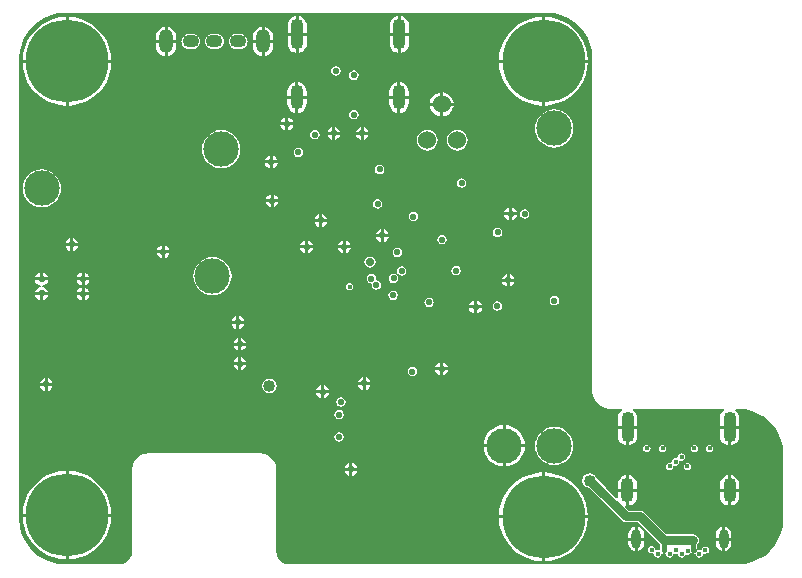
<source format=gbr>
%FSTAX23Y23*%
%MOIN*%
%SFA1B1*%

%IPPOS*%
%ADD43C,0.015000*%
%ADD44C,0.030000*%
%ADD52C,0.060000*%
%ADD53O,0.031496X0.062992*%
%ADD54C,0.275591*%
%ADD55O,0.043307X0.082677*%
%ADD56O,0.043307X0.102362*%
%ADD57O,0.047240X0.078740*%
%ADD58O,0.055118X0.043307*%
%ADD59C,0.118110*%
%ADD60C,0.023000*%
%ADD61C,0.016000*%
%ADD62C,0.028000*%
%ADD63C,0.040000*%
%LNpcb_power_measurement_copper_signal_1-1*%
%LPD*%
G36*
X04085Y03552D02*
X04108Y03546D01*
X0413Y03537*
X0415Y03525*
X04168Y03509*
X04184Y03491*
X04196Y03471*
X04205Y03449*
X04211Y03426*
X04212Y03403*
X04212Y03402*
Y02291*
X04212Y0229*
X04214Y02276*
X0422Y02262*
X04229Y02251*
X0424Y02242*
X04254Y02236*
X04268Y02234*
X04269Y02234*
X0431*
X04312Y02229*
X04307Y02225*
X04302Y02219*
X04298Y02211*
X04297Y02203*
Y02178*
X04361*
Y02203*
X0436Y02211*
X04357Y02219*
X04352Y02225*
X04347Y02229*
X04348Y02234*
X0465*
X04652Y02229*
X04647Y02225*
X04642Y02219*
X04638Y02211*
X04637Y02203*
Y02178*
X04669*
X04701*
Y02203*
X047Y02211*
X04697Y02219*
X04692Y02225*
X04687Y02229*
X04689Y02234*
X04697*
X04697Y02234*
X0472Y02233*
X04743Y02227*
X04765Y02218*
X04786Y02206*
X04804Y0219*
X04819Y02172*
X04831Y02152*
X04841Y0213*
X04846Y02107*
X04848Y02084*
X04848Y02083*
Y01868*
X04848Y01867*
X04846Y01844*
X04841Y01821*
X04831Y01799*
X04819Y01779*
X04804Y01761*
X04786Y01745*
X04765Y01733*
X04743Y01724*
X0472Y01718*
X04697Y01717*
X04697Y01717*
X04696Y01717*
X0319*
X0318Y01721*
X0317Y01728*
X03163Y01737*
X03159Y01748*
X03157Y0176*
X03157Y0176*
Y02032*
X03157*
X03156Y02046*
X0315Y02059*
X03141Y0207*
X0313Y02079*
X03117Y02085*
X03103Y02086*
Y02086*
X02733*
Y02086*
X02718Y02085*
X02705Y02079*
X02694Y0207*
X02685Y02059*
X02679Y02046*
X02678Y02032*
X02678*
Y0176*
X02678Y0176*
X02676Y01748*
X02672Y01737*
X02665Y01728*
X02655Y01721*
X02645Y01717*
X02453*
X02452Y01716*
X02429Y01718*
X02406Y01724*
X02384Y01733*
X02363Y01745*
X02345Y0176*
X0233Y01779*
X02318Y01799*
X02308Y01821*
X02303Y01844*
X02301Y01866*
X02302Y01868*
Y03402*
X02302Y03403*
X02303Y03426*
X02309Y03449*
X02318Y03471*
X0233Y03491*
X02346Y03509*
X02364Y03525*
X02384Y03537*
X02406Y03546*
X02429Y03552*
X02452Y03553*
X02453Y03553*
X04061*
X04062Y03553*
X04085Y03552*
G37*
%LNpcb_power_measurement_copper_signal_1-2*%
%LPC*%
G36*
X03573Y03543D02*
Y03487D01*
X036*
Y03512*
X03599Y0352*
X03596Y03528*
X03591Y03534*
X03584Y03539*
X03576Y03543*
X03573Y03543*
G37*
G36*
X03233D02*
Y03487D01*
X0326*
Y03512*
X03259Y0352*
X03255Y03528*
X0325Y03534*
X03244Y03539*
X03236Y03543*
X03233Y03543*
G37*
G36*
X03223D02*
X0322Y03543D01*
X03212Y03539*
X03205Y03534*
X032Y03528*
X03197Y0352*
X03196Y03512*
Y03487*
X03223*
Y03543*
G37*
G36*
X03563D02*
X0356Y03543D01*
X03552Y03539*
X03545Y03534*
X0354Y03528*
X03537Y0352*
X03536Y03512*
Y03487*
X03563*
Y03543*
G37*
G36*
X03119Y03508D02*
Y03464D01*
X03148*
Y03474*
X03146Y03483*
X03143Y03491*
X03138Y03498*
X03131Y03504*
X03122Y03507*
X03119Y03508*
G37*
G36*
X02796D02*
Y03464D01*
X02825*
Y03474*
X02824Y03483*
X0282Y03491*
X02815Y03498*
X02808Y03504*
X028Y03507*
X02796Y03508*
G37*
G36*
X03109D02*
X03105Y03507D01*
X03097Y03504*
X0309Y03498*
X03084Y03491*
X03081Y03483*
X0308Y03474*
Y03464*
X03109*
Y03508*
G37*
G36*
X02786D02*
X02782Y03507D01*
X02774Y03504*
X02767Y03498*
X02761Y03491*
X02758Y03483*
X02757Y03474*
Y03464*
X02786*
Y03508*
G37*
G36*
X03037Y03484D02*
X03025D01*
X03018Y03483*
X03012Y03481*
X03007Y03477*
X03003Y03471*
X03Y03465*
X02999Y03459*
X03Y03452*
X03003Y03446*
X03007Y0344*
X03012Y03436*
X03018Y03434*
X03025Y03433*
X03037*
X03044Y03434*
X0305Y03436*
X03055Y0344*
X03059Y03446*
X03062Y03452*
X03063Y03459*
X03062Y03465*
X03059Y03471*
X03055Y03477*
X0305Y03481*
X03044Y03483*
X03037Y03484*
G37*
G36*
X02958D02*
X02946D01*
X0294Y03483*
X02933Y03481*
X02928Y03477*
X02924Y03471*
X02921Y03465*
X0292Y03459*
X02921Y03452*
X02924Y03446*
X02928Y0344*
X02933Y03436*
X0294Y03434*
X02946Y03433*
X02958*
X02965Y03434*
X02971Y03436*
X02976Y0344*
X02981Y03446*
X02983Y03452*
X02984Y03459*
X02983Y03465*
X02981Y03471*
X02976Y03477*
X02971Y03481*
X02965Y03483*
X02958Y03484*
G37*
G36*
X02879D02*
X02868D01*
X02861Y03483*
X02855Y03481*
X02849Y03477*
X02845Y03471*
X02843Y03465*
X02842Y03459*
X02843Y03452*
X02845Y03446*
X02849Y0344*
X02855Y03436*
X02861Y03434*
X02868Y03433*
X02879*
X02886Y03434*
X02892Y03436*
X02898Y0344*
X02902Y03446*
X02904Y03452*
X02905Y03459*
X02904Y03465*
X02902Y03471*
X02898Y03477*
X02892Y03481*
X02886Y03483*
X02879Y03484*
G37*
G36*
X036Y03477D02*
X03573D01*
Y03421*
X03576Y03422*
X03584Y03425*
X03591Y0343*
X03596Y03437*
X03599Y03444*
X036Y03453*
Y03477*
G37*
G36*
X0326D02*
X03233D01*
Y03421*
X03236Y03422*
X03244Y03425*
X0325Y0343*
X03255Y03437*
X03259Y03444*
X0326Y03453*
Y03477*
G37*
G36*
X03223D02*
X03196D01*
Y03453*
X03197Y03444*
X032Y03437*
X03205Y0343*
X03212Y03425*
X0322Y03422*
X03223Y03421*
Y03477*
G37*
G36*
X03563D02*
X03536D01*
Y03453*
X03537Y03444*
X0354Y03437*
X03545Y0343*
X03552Y03425*
X0356Y03422*
X03563Y03421*
Y03477*
G37*
G36*
X03148Y03454D02*
X03119D01*
Y03409*
X03122Y0341*
X03131Y03413*
X03138Y03419*
X03143Y03426*
X03146Y03434*
X03148Y03443*
Y03454*
G37*
G36*
X02825D02*
X02796D01*
Y03409*
X028Y0341*
X02808Y03413*
X02815Y03419*
X0282Y03426*
X02824Y03434*
X02825Y03443*
Y03454*
G37*
G36*
X03109D02*
X0308D01*
Y03443*
X03081Y03434*
X03084Y03426*
X0309Y03419*
X03097Y03413*
X03105Y0341*
X03109Y03409*
Y03454*
G37*
G36*
X02786D02*
X02757D01*
Y03443*
X02758Y03434*
X02761Y03426*
X02767Y03419*
X02774Y03413*
X02782Y0341*
X02786Y03409*
Y03454*
G37*
G36*
X04054Y0354D02*
Y03398D01*
X04196*
X04195Y03416*
X04189Y03438*
X04181Y0346*
X04168Y0348*
X04153Y03497*
X04136Y03512*
X04116Y03525*
X04094Y03533*
X04072Y03539*
X04054Y0354*
G37*
G36*
X04044D02*
X04025Y03539D01*
X04003Y03533*
X03981Y03525*
X03961Y03512*
X03944Y03497*
X03929Y0348*
X03916Y0346*
X03908Y03438*
X03902Y03416*
X03901Y03398*
X04044*
Y0354*
G37*
G36*
X02466D02*
Y03398D01*
X02608*
X02607Y03416*
X02601Y03438*
X02593Y0346*
X0258Y0348*
X02565Y03497*
X02548Y03512*
X02528Y03525*
X02506Y03533*
X02484Y03539*
X02466Y0354*
G37*
G36*
X02456D02*
X02437Y03539D01*
X02415Y03533*
X02393Y03525*
X02373Y03512*
X02356Y03497*
X02341Y0348*
X02328Y0346*
X0232Y03438*
X02314Y03416*
X02313Y03398*
X02456*
Y0354*
G37*
G36*
X03357Y03377D02*
X03351Y03375D01*
X03346Y03372*
X03342Y03367*
X03341Y03361*
X03342Y03355*
X03346Y0335*
X03351Y03346*
X03357Y03345*
X03363Y03346*
X03368Y0335*
X03371Y03355*
X03373Y03361*
X03371Y03367*
X03368Y03372*
X03363Y03375*
X03357Y03377*
G37*
G36*
X03417Y03362D02*
X03411Y03361D01*
X03406Y03357*
X03402Y03352*
X03401Y03346*
X03402Y0334*
X03406Y03335*
X03411Y03331*
X03417Y0333*
X03423Y03331*
X03428Y03335*
X03431Y0334*
X03433Y03346*
X03431Y03352*
X03428Y03357*
X03423Y03361*
X03417Y03362*
G37*
G36*
X03232Y03323D02*
Y03277D01*
X03259*
Y03291*
X03258Y03299*
X03255Y03307*
X0325Y03314*
X03243Y03319*
X03235Y03322*
X03232Y03323*
G37*
G36*
X03222D02*
X03219Y03322D01*
X03211Y03319*
X03204Y03314*
X03199Y03307*
X03196Y03299*
X03195Y03291*
Y03277*
X03222*
Y03323*
G37*
G36*
X03572D02*
Y03277D01*
X03599*
Y03291*
X03598Y03299*
X03595Y03307*
X0359Y03314*
X03583Y03319*
X03575Y03322*
X03572Y03323*
G37*
G36*
X03562D02*
X03559Y03322D01*
X03551Y03319*
X03545Y03314*
X0354Y03307*
X03536Y03299*
X03535Y03291*
Y03277*
X03562*
Y03323*
G37*
G36*
X03715Y03289D02*
Y03255D01*
X03749*
X03748Y0326*
X03744Y0327*
X03738Y03278*
X0373Y03284*
X0372Y03288*
X03715Y03289*
G37*
G36*
X03705D02*
X03699Y03288D01*
X03689Y03284*
X03681Y03278*
X03675Y0327*
X03671Y0326*
X0367Y03255*
X03705*
Y03289*
G37*
G36*
X04196Y03388D02*
X04054D01*
Y03245*
X04072Y03246*
X04094Y03252*
X04116Y0326*
X04136Y03273*
X04153Y03288*
X04168Y03305*
X04181Y03325*
X04189Y03347*
X04195Y03369*
X04196Y03388*
G37*
G36*
X04044D02*
X03901D01*
X03902Y03369*
X03908Y03347*
X03916Y03325*
X03929Y03305*
X03944Y03288*
X03961Y03273*
X03981Y0326*
X04003Y03252*
X04025Y03246*
X04044Y03245*
Y03388*
G37*
G36*
X02608D02*
X02466D01*
Y03245*
X02484Y03246*
X02506Y03252*
X02528Y0326*
X02548Y03273*
X02565Y03288*
X0258Y03305*
X02593Y03325*
X02601Y03347*
X02607Y03369*
X02608Y03388*
G37*
G36*
X02456D02*
X02313D01*
X02314Y03369*
X0232Y03347*
X02328Y03325*
X02341Y03305*
X02356Y03288*
X02373Y03273*
X02393Y0326*
X02415Y03252*
X02437Y03246*
X02456Y03245*
Y03388*
G37*
G36*
X03599Y03267D02*
X03572D01*
Y03221*
X03575Y03221*
X03583Y03224*
X0359Y03229*
X03595Y03236*
X03598Y03244*
X03599Y03252*
Y03267*
G37*
G36*
X03259D02*
X03232D01*
Y03221*
X03235Y03221*
X03243Y03224*
X0325Y03229*
X03255Y03236*
X03258Y03244*
X03259Y03252*
Y03267*
G37*
G36*
X03222D02*
X03195D01*
Y03252*
X03196Y03244*
X03199Y03236*
X03204Y03229*
X03211Y03224*
X03219Y03221*
X03222Y03221*
Y03267*
G37*
G36*
X03562D02*
X03535D01*
Y03252*
X03536Y03244*
X0354Y03236*
X03545Y03229*
X03551Y03224*
X03559Y03221*
X03562Y03221*
Y03267*
G37*
G36*
X03749Y03245D02*
X03715D01*
Y0321*
X0372Y03211*
X0373Y03215*
X03738Y03221*
X03744Y03229*
X03748Y03239*
X03749Y03245*
G37*
G36*
X03705D02*
X0367D01*
X03671Y03239*
X03675Y03229*
X03681Y03221*
X03689Y03215*
X03699Y03211*
X03705Y0321*
Y03245*
G37*
G36*
X03417Y03231D02*
X03411Y0323D01*
X03406Y03226*
X03402Y03221*
X03401Y03215*
X03402Y03209*
X03406Y03204*
X03411Y032*
X03417Y03199*
X03423Y032*
X03428Y03204*
X03431Y03209*
X03433Y03215*
X03431Y03221*
X03428Y03226*
X03423Y0323*
X03417Y03231*
G37*
G36*
X03198Y03204D02*
Y03189D01*
X03214*
X03214Y03192*
X03209Y03199*
X03202Y03204*
X03198Y03204*
G37*
G36*
X03188D02*
X03185Y03204D01*
X03178Y03199*
X03173Y03192*
X03172Y03189*
X03188*
Y03204*
G37*
G36*
X03214Y03179D02*
X03198D01*
Y03163*
X03202Y03163*
X03209Y03168*
X03214Y03175*
X03214Y03179*
G37*
G36*
X03188D02*
X03172D01*
X03173Y03175*
X03178Y03168*
X03185Y03163*
X03188Y03163*
Y03179*
G37*
G36*
X03449Y03173D02*
Y03157D01*
X03465*
X03465Y0316*
X0346Y03168*
X03453Y03172*
X03449Y03173*
G37*
G36*
X03439D02*
X03436Y03172D01*
X03429Y03168*
X03424Y0316*
X03423Y03157*
X03439*
Y03173*
G37*
G36*
X03355D02*
Y03157D01*
X03371*
X0337Y0316*
X03365Y03168*
X03358Y03172*
X03355Y03173*
G37*
G36*
X03345D02*
X03342Y03172D01*
X03334Y03168*
X0333Y0316*
X03329Y03157*
X03345*
Y03173*
G37*
G36*
X03287Y03164D02*
X03281Y03163D01*
X03276Y03159*
X03272Y03154*
X03271Y03148*
X03272Y03142*
X03276Y03137*
X03281Y03134*
X03287Y03132*
X03293Y03134*
X03298Y03137*
X03302Y03142*
X03303Y03148*
X03302Y03154*
X03298Y03159*
X03293Y03163*
X03287Y03164*
G37*
G36*
X03465Y03147D02*
X03449D01*
Y03131*
X03453Y03132*
X0346Y03137*
X03465Y03144*
X03465Y03147*
G37*
G36*
X03439D02*
X03423D01*
X03424Y03144*
X03429Y03137*
X03436Y03132*
X03439Y03131*
Y03147*
G37*
G36*
X03371D02*
X03355D01*
Y03131*
X03358Y03132*
X03365Y03137*
X0337Y03144*
X03371Y03147*
G37*
G36*
X03345D02*
X03329D01*
X0333Y03144*
X03334Y03137*
X03342Y03132*
X03345Y03131*
Y03147*
G37*
G36*
X04085Y03232D02*
X04072Y03231D01*
X0406Y03227*
X04049Y03221*
X0404Y03214*
X04032Y03204*
X04026Y03193*
X04022Y03181*
X04021Y03169*
X04022Y03156*
X04026Y03145*
X04032Y03134*
X0404Y03124*
X04049Y03116*
X0406Y0311*
X04072Y03107*
X04085Y03105*
X04097Y03107*
X04109Y0311*
X0412Y03116*
X04129Y03124*
X04137Y03134*
X04143Y03145*
X04147Y03156*
X04148Y03169*
X04147Y03181*
X04143Y03193*
X04137Y03204*
X04129Y03214*
X0412Y03221*
X04109Y03227*
X04097Y03231*
X04085Y03232*
G37*
G36*
X03762Y03164D02*
X03753Y03163D01*
X03744Y03159*
X03737Y03154*
X03732Y03147*
X03728Y03138*
X03727Y0313*
X03728Y03121*
X03732Y03112*
X03737Y03105*
X03744Y031*
X03753Y03096*
X03762Y03095*
X0377Y03096*
X03779Y031*
X03786Y03105*
X03791Y03112*
X03795Y03121*
X03796Y0313*
X03795Y03138*
X03791Y03147*
X03786Y03154*
X03779Y03159*
X0377Y03163*
X03762Y03164*
G37*
G36*
X03662D02*
X03653Y03163D01*
X03644Y03159*
X03637Y03154*
X03632Y03147*
X03628Y03138*
X03627Y0313*
X03628Y03121*
X03632Y03112*
X03637Y03105*
X03644Y031*
X03653Y03096*
X03662Y03095*
X0367Y03096*
X03679Y031*
X03686Y03105*
X03691Y03112*
X03695Y03121*
X03696Y0313*
X03695Y03138*
X03691Y03147*
X03686Y03154*
X03679Y03159*
X0367Y03163*
X03662Y03164*
G37*
G36*
X03232Y03104D02*
X03225Y03103D01*
X0322Y031*
X03217Y03095*
X03216Y03089*
X03217Y03082*
X0322Y03077*
X03225Y03074*
X03232Y03073*
X03238Y03074*
X03243Y03077*
X03246Y03082*
X03247Y03089*
X03246Y03095*
X03243Y031*
X03238Y03103*
X03232Y03104*
G37*
G36*
X03147Y03078D02*
Y03062D01*
X03163*
X03162Y03065*
X03158Y03072*
X0315Y03077*
X03147Y03078*
G37*
G36*
X03137D02*
X03134Y03077D01*
X03127Y03072*
X03122Y03065*
X03121Y03062*
X03137*
Y03078*
G37*
G36*
X02975Y03163D02*
X02962Y03162D01*
X0295Y03158*
X02939Y03152*
X0293Y03144*
X02922Y03135*
X02916Y03124*
X02912Y03112*
X02911Y031*
X02912Y03087*
X02916Y03075*
X02922Y03064*
X0293Y03055*
X02939Y03047*
X0295Y03041*
X02962Y03037*
X02975Y03036*
X02987Y03037*
X02999Y03041*
X0301Y03047*
X03019Y03055*
X03027Y03064*
X03033Y03075*
X03037Y03087*
X03038Y031*
X03037Y03112*
X03033Y03124*
X03027Y03135*
X03019Y03144*
X0301Y03152*
X02999Y03158*
X02987Y03162*
X02975Y03163*
G37*
G36*
X03163Y03052D02*
X03147D01*
Y03036*
X0315Y03037*
X03158Y03041*
X03162Y03048*
X03163Y03052*
G37*
G36*
X03137D02*
X03121D01*
X03122Y03048*
X03127Y03041*
X03134Y03037*
X03137Y03036*
Y03052*
G37*
G36*
X03503Y03047D02*
X03496Y03046D01*
X03491Y03043*
X03488Y03038*
X03487Y03032*
X03488Y03025*
X03491Y0302*
X03496Y03017*
X03503Y03016*
X03509Y03017*
X03514Y0302*
X03517Y03025*
X03518Y03032*
X03517Y03038*
X03514Y03043*
X03509Y03046*
X03503Y03047*
G37*
G36*
X03776Y03002D02*
X03769Y03001D01*
X03764Y02998*
X03761Y02993*
X0376Y02987*
X03761Y0298*
X03764Y02975*
X03769Y02972*
X03776Y02971*
X03782Y02972*
X03787Y02975*
X0379Y0298*
X03791Y02987*
X0379Y02993*
X03787Y02998*
X03782Y03001*
X03776Y03002*
G37*
G36*
X03149Y02949D02*
Y02933D01*
X03165*
X03164Y02936*
X03159Y02943*
X03152Y02948*
X03149Y02949*
G37*
G36*
X03139D02*
X03136Y02948D01*
X03128Y02943*
X03124Y02936*
X03123Y02933*
X03139*
Y02949*
G37*
G36*
X03165Y02923D02*
X03149D01*
Y02907*
X03152Y02907*
X03159Y02912*
X03164Y02919*
X03165Y02923*
G37*
G36*
X03139D02*
X03123D01*
X03124Y02919*
X03128Y02912*
X03136Y02907*
X03139Y02907*
Y02923*
G37*
G36*
X02376Y03032D02*
X02364Y03031D01*
X02352Y03028*
X02341Y03022*
X02332Y03014*
X02324Y03004*
X02318Y02993*
X02314Y02981*
X02313Y02969*
X02314Y02957*
X02318Y02945*
X02324Y02934*
X02332Y02924*
X02341Y02916*
X02352Y0291*
X02364Y02907*
X02376Y02906*
X02389Y02907*
X02401Y0291*
X02412Y02916*
X02421Y02924*
X02429Y02934*
X02435Y02945*
X02439Y02957*
X0244Y02969*
X02439Y02981*
X02435Y02993*
X02429Y03004*
X02421Y03014*
X02412Y03022*
X02401Y03028*
X02389Y03031*
X02376Y03032*
G37*
G36*
X03496Y02933D02*
X0349Y02932D01*
X03485Y02928*
X03481Y02923*
X0348Y02917*
X03481Y02911*
X03485Y02906*
X0349Y02902*
X03496Y02901*
X03502Y02902*
X03507Y02906*
X0351Y02911*
X03512Y02917*
X0351Y02923*
X03507Y02928*
X03502Y02932*
X03496Y02933*
G37*
G36*
X03944Y02905D02*
Y0289D01*
X03959*
X03959Y02893*
X03954Y029*
X03947Y02905*
X03944Y02905*
G37*
G36*
X03934D02*
X0393Y02905D01*
X03923Y029*
X03918Y02893*
X03918Y0289*
X03934*
Y02905*
G37*
G36*
X03987Y02899D02*
X0398Y02898D01*
X03975Y02895*
X03972Y0289*
X03971Y02884*
X03972Y02877*
X03975Y02872*
X0398Y02869*
X03987Y02868*
X03993Y02869*
X03998Y02872*
X04001Y02877*
X04002Y02884*
X04001Y0289*
X03998Y02895*
X03993Y02898*
X03987Y02899*
G37*
G36*
X03312Y02883D02*
Y02867D01*
X03328*
X03327Y0287*
X03322Y02877*
X03315Y02882*
X03312Y02883*
G37*
G36*
X03302D02*
X03298Y02882D01*
X03291Y02877*
X03286Y0287*
X03286Y02867*
X03302*
Y02883*
G37*
G36*
X03959Y0288D02*
X03944D01*
Y02864*
X03947Y02864*
X03954Y02869*
X03959Y02876*
X03959Y0288*
G37*
G36*
X03934D02*
X03918D01*
X03918Y02876*
X03923Y02869*
X0393Y02864*
X03934Y02864*
Y0288*
G37*
G36*
X03615Y02891D02*
X03609Y0289D01*
X03604Y02886*
X036Y02881*
X03599Y02875*
X036Y02869*
X03604Y02864*
X03609Y0286*
X03615Y02859*
X03621Y0286*
X03626Y02864*
X0363Y02869*
X03631Y02875*
X0363Y02881*
X03626Y02886*
X03621Y0289*
X03615Y02891*
G37*
G36*
X03328Y02857D02*
X03312D01*
Y02841*
X03315Y02841*
X03322Y02846*
X03327Y02853*
X03328Y02857*
G37*
G36*
X03302D02*
X03286D01*
X03286Y02853*
X03291Y02846*
X03298Y02841*
X03302Y02841*
Y02857*
G37*
G36*
X03517Y02832D02*
Y02817D01*
X03533*
X03532Y0282*
X03527Y02827*
X0352Y02832*
X03517Y02832*
G37*
G36*
X03507D02*
X03504Y02832D01*
X03496Y02827*
X03492Y0282*
X03491Y02817*
X03507*
Y02832*
G37*
G36*
X03896Y02837D02*
X03889Y02836D01*
X03884Y02833*
X03881Y02828*
X0388Y02822*
X03881Y02815*
X03884Y0281*
X03889Y02807*
X03896Y02806*
X03902Y02807*
X03907Y0281*
X0391Y02815*
X03911Y02822*
X0391Y02828*
X03907Y02833*
X03902Y02836*
X03896Y02837*
G37*
G36*
X03533Y02807D02*
X03517D01*
Y02791*
X0352Y02791*
X03527Y02796*
X03532Y02803*
X03533Y02807*
G37*
G36*
X03507D02*
X03491D01*
X03492Y02803*
X03496Y02796*
X03504Y02791*
X03507Y02791*
Y02807*
G37*
G36*
X02482Y02802D02*
Y02787D01*
X02497*
X02497Y0279*
X02492Y02797*
X02485Y02802*
X02482Y02802*
G37*
G36*
X02472D02*
X02468Y02802D01*
X02461Y02797*
X02456Y0279*
X02456Y02787*
X02472*
Y02802*
G37*
G36*
X03711Y02814D02*
X03704Y02813D01*
X03699Y02809*
X03696Y02804*
X03695Y02798*
X03696Y02792*
X03699Y02787*
X03704Y02783*
X03711Y02782*
X03717Y02783*
X03722Y02787*
X03725Y02792*
X03726Y02798*
X03725Y02804*
X03722Y02809*
X03717Y02813*
X03711Y02814*
G37*
G36*
X0339Y02796D02*
Y0278D01*
X03406*
X03405Y02783*
X034Y02791*
X03393Y02795*
X0339Y02796*
G37*
G36*
X0338D02*
X03376Y02795D01*
X03369Y02791*
X03364Y02783*
X03364Y0278*
X0338*
Y02796*
G37*
G36*
X03264D02*
Y0278D01*
X0328*
X03279Y02783*
X03274Y02791*
X03267Y02795*
X03264Y02796*
G37*
G36*
X03254D02*
X0325Y02795D01*
X03243Y02791*
X03238Y02783*
X03238Y0278*
X03254*
Y02796*
G37*
G36*
X02786Y02778D02*
Y02762D01*
X02802*
X02801Y02766*
X02796Y02773*
X02789Y02778*
X02786Y02778*
G37*
G36*
X02776D02*
X02773Y02778D01*
X02765Y02773*
X02761Y02766*
X0276Y02762*
X02776*
Y02778*
G37*
G36*
X02497Y02777D02*
X02482D01*
Y02761*
X02485Y02761*
X02492Y02766*
X02497Y02773*
X02497Y02777*
G37*
G36*
X02472D02*
X02456D01*
X02456Y02773*
X02461Y02766*
X02468Y02761*
X02472Y02761*
Y02777*
G37*
G36*
X03406Y0277D02*
X0339D01*
Y02754*
X03393Y02755*
X034Y0276*
X03405Y02767*
X03406Y0277*
G37*
G36*
X0338D02*
X03364D01*
X03364Y02767*
X03369Y0276*
X03376Y02755*
X0338Y02754*
Y0277*
G37*
G36*
X0328D02*
X03264D01*
Y02754*
X03267Y02755*
X03274Y0276*
X03279Y02767*
X0328Y0277*
G37*
G36*
X03254D02*
X03238D01*
X03238Y02767*
X03243Y0276*
X0325Y02755*
X03254Y02754*
Y0277*
G37*
G36*
X03562Y02771D02*
X03555Y0277D01*
X0355Y02767*
X03547Y02762*
X03546Y02756*
X03547Y02749*
X0355Y02744*
X03555Y02741*
X03562Y0274*
X03568Y02741*
X03573Y02744*
X03576Y02749*
X03577Y02756*
X03576Y02762*
X03573Y02767*
X03568Y0277*
X03562Y02771*
G37*
G36*
X02802Y02752D02*
X02786D01*
Y02736*
X02789Y02737*
X02796Y02742*
X02801Y02749*
X02802Y02752*
G37*
G36*
X02776D02*
X0276D01*
X02761Y02749*
X02765Y02742*
X02773Y02737*
X02776Y02736*
Y02752*
G37*
G36*
X03471Y02741D02*
X03463Y0274D01*
X03458Y02736*
X03454Y0273*
X03452Y02723*
X03454Y02716*
X03458Y0271*
X03463Y02706*
X03471Y02705*
X03478Y02706*
X03483Y0271*
X03487Y02716*
X03489Y02723*
X03487Y0273*
X03483Y02736*
X03478Y0274*
X03471Y02741*
G37*
G36*
X03758Y0271D02*
X03751Y02709D01*
X03746Y02706*
X03743Y02701*
X03742Y02695*
X03743Y02688*
X03746Y02683*
X03751Y0268*
X03758Y02679*
X03764Y0268*
X03769Y02683*
X03772Y02688*
X03773Y02695*
X03772Y02701*
X03769Y02706*
X03764Y02709*
X03758Y0271*
G37*
G36*
X03577Y02709D02*
X0357Y02708D01*
X03565Y02705*
X03562Y027*
X03561Y02694*
X03562Y02687*
X03565Y02682*
X0357Y02679*
X03577Y02678*
X03583Y02679*
X03588Y02682*
X03591Y02687*
X03592Y02694*
X03591Y027*
X03588Y02705*
X03583Y02708*
X03577Y02709*
G37*
G36*
X02519Y02687D02*
Y02672D01*
X02534*
X02534Y02675*
X02529Y02682*
X02522Y02687*
X02519Y02687*
G37*
G36*
X02509D02*
X02505Y02687D01*
X02498Y02682*
X02493Y02675*
X02493Y02672*
X02509*
Y02687*
G37*
G36*
X02381D02*
Y02672D01*
X02396*
X02396Y02675*
X02391Y02682*
X02384Y02687*
X02381Y02687*
G37*
G36*
X02371D02*
X02367Y02687D01*
X0236Y02682*
X02355Y02675*
X02355Y02672*
X02371*
Y02687*
G37*
G36*
X03937Y02683D02*
Y02668D01*
X03952*
X03952Y02671*
X03947Y02678*
X0394Y02683*
X03937Y02683*
G37*
G36*
X03927D02*
X03923Y02683D01*
X03916Y02678*
X03911Y02671*
X03911Y02668*
X03927*
Y02683*
G37*
G36*
X03549Y02684D02*
X03542Y02683D01*
X03537Y0268*
X03534Y02675*
X03533Y02669*
X03534Y02662*
X03537Y02657*
X03542Y02654*
X03549Y02653*
X03555Y02654*
X0356Y02657*
X03563Y02662*
X03564Y02669*
X03563Y02675*
X0356Y0268*
X03555Y02683*
X03549Y02684*
G37*
G36*
X02534Y02662D02*
X02519D01*
Y02646*
X02522Y02646*
X02529Y02651*
X02534Y02658*
X02534Y02662*
G37*
G36*
X02509D02*
X02493D01*
X02493Y02658*
X02498Y02651*
X02505Y02646*
X02509Y02646*
Y02662*
G37*
G36*
X03952Y02658D02*
X03937D01*
Y02642*
X0394Y02642*
X03947Y02647*
X03952Y02654*
X03952Y02658*
G37*
G36*
X03927D02*
X03911D01*
X03911Y02654*
X03916Y02647*
X03923Y02642*
X03927Y02642*
Y02658*
G37*
G36*
X03475Y02684D02*
X03468Y02683D01*
X03463Y0268*
X0346Y02674*
X03459Y02668*
X0346Y02662*
X03463Y02657*
X03468Y02654*
X03475Y02653*
X03476Y02648*
X03476Y02647*
X03477Y0264*
X0348Y02635*
X03485Y02632*
X03492Y02631*
X03498Y02632*
X03503Y02635*
X03506Y0264*
X03507Y02647*
X03506Y02653*
X03503Y02658*
X03498Y02661*
X03492Y02662*
X0349Y02667*
X0349Y02668*
X03489Y02674*
X03486Y0268*
X03481Y02683*
X03475Y02684*
G37*
G36*
X03403Y02653D02*
X03398Y02652D01*
X03394Y0265*
X03392Y02646*
X03391Y02641*
X03392Y02636*
X03394Y02632*
X03398Y0263*
X03403Y02629*
X03408Y0263*
X03412Y02632*
X03414Y02636*
X03415Y02641*
X03414Y02646*
X03412Y0265*
X03408Y02652*
X03403Y02653*
G37*
G36*
X02396Y02662D02*
X02355D01*
X02355Y02658*
X0236Y02651*
X02367Y02646*
X02373Y02645*
X02373Y02645*
Y0264*
X02373Y0264*
X02367Y02639*
X0236Y02634*
X02355Y02627*
X02355Y02624*
X02396*
X02396Y02627*
X02391Y02634*
X02384Y02639*
X02378Y0264*
X02378Y0264*
Y02645*
X02378Y02645*
X02384Y02646*
X02391Y02651*
X02396Y02658*
X02396Y02662*
G37*
G36*
X02519Y02637D02*
Y02622D01*
X02534*
X02534Y02625*
X02529Y02632*
X02522Y02637*
X02519Y02637*
G37*
G36*
X02509D02*
X02505Y02637D01*
X02498Y02632*
X02493Y02625*
X02493Y02622*
X02509*
Y02637*
G37*
G36*
X02945Y0274D02*
X02933Y02739D01*
X02921Y02735*
X0291Y02729*
X02901Y02721*
X02893Y02712*
X02887Y02701*
X02883Y02689*
X02882Y02677*
X02883Y02664*
X02887Y02652*
X02893Y02641*
X02901Y02632*
X0291Y02624*
X02921Y02618*
X02933Y02615*
X02945Y02613*
X02958Y02615*
X0297Y02618*
X02981Y02624*
X0299Y02632*
X02998Y02641*
X03004Y02652*
X03008Y02664*
X03009Y02677*
X03008Y02689*
X03004Y02701*
X02998Y02712*
X0299Y02721*
X02981Y02729*
X0297Y02735*
X02958Y02739*
X02945Y0274*
G37*
G36*
X02396Y02614D02*
X02381D01*
Y02598*
X02384Y02598*
X02391Y02603*
X02396Y0261*
X02396Y02614*
G37*
G36*
X02371D02*
X02355D01*
X02355Y0261*
X0236Y02603*
X02367Y02598*
X02371Y02598*
Y02614*
G37*
G36*
X03548Y02628D02*
X03541Y02627D01*
X03536Y02624*
X03533Y02619*
X03532Y02613*
X03533Y02606*
X03536Y02601*
X03541Y02598*
X03548Y02597*
X03554Y02598*
X03559Y02601*
X03562Y02606*
X03563Y02613*
X03562Y02619*
X03559Y02624*
X03554Y02627*
X03548Y02628*
G37*
G36*
X02534Y02612D02*
X02519D01*
Y02596*
X02522Y02596*
X02529Y02601*
X02534Y02608*
X02534Y02612*
G37*
G36*
X02509D02*
X02493D01*
X02493Y02608*
X02498Y02601*
X02505Y02596*
X02509Y02596*
Y02612*
G37*
G36*
X04085Y0261D02*
X04078Y02609D01*
X04073Y02606*
X0407Y02601*
X04069Y02595*
X0407Y02588*
X04073Y02583*
X04078Y0258*
X04085Y02579*
X04091Y0258*
X04096Y02583*
X04099Y02588*
X041Y02595*
X04099Y02601*
X04096Y02606*
X04091Y02609*
X04085Y0261*
G37*
G36*
X03828Y02594D02*
Y02579D01*
X03843*
X03843Y02582*
X03838Y02589*
X03831Y02594*
X03828Y02594*
G37*
G36*
X03818D02*
X03814Y02594D01*
X03807Y02589*
X03802Y02582*
X03802Y02579*
X03818*
Y02594*
G37*
G36*
X03668Y02604D02*
X03661Y02603D01*
X03656Y026*
X03653Y02595*
X03652Y02589*
X03653Y02582*
X03656Y02577*
X03661Y02574*
X03668Y02573*
X03674Y02574*
X03679Y02577*
X03682Y02582*
X03683Y02589*
X03682Y02595*
X03679Y026*
X03674Y02603*
X03668Y02604*
G37*
G36*
X03895Y02592D02*
X03888Y02591D01*
X03883Y02588*
X0388Y02583*
X03879Y02577*
X0388Y0257*
X03883Y02565*
X03888Y02562*
X03895Y02561*
X03901Y02562*
X03906Y02565*
X03909Y0257*
X0391Y02577*
X03909Y02583*
X03906Y02588*
X03901Y02591*
X03895Y02592*
G37*
G36*
X03843Y02569D02*
X03828D01*
Y02553*
X03831Y02553*
X03838Y02558*
X03843Y02565*
X03843Y02569*
G37*
G36*
X03818D02*
X03802D01*
X03802Y02565*
X03807Y02558*
X03814Y02553*
X03818Y02553*
Y02569*
G37*
G36*
X03035Y02543D02*
Y02527D01*
X03051*
X0305Y0253*
X03046Y02537*
X03038Y02542*
X03035Y02543*
G37*
G36*
X03025D02*
X03022Y02542D01*
X03015Y02537*
X0301Y0253*
X03009Y02527*
X03025*
Y02543*
G37*
G36*
X03051Y02517D02*
X03035D01*
Y02501*
X03038Y02501*
X03046Y02506*
X0305Y02513*
X03051Y02517*
G37*
G36*
X03025D02*
X03009D01*
X0301Y02513*
X03015Y02506*
X03022Y02501*
X03025Y02501*
Y02517*
G37*
G36*
X03042Y02471D02*
Y02455D01*
X03058*
X03057Y02458*
X03052Y02465*
X03045Y0247*
X03042Y02471*
G37*
G36*
X03032D02*
X03029Y0247D01*
X03021Y02465*
X03017Y02458*
X03016Y02455*
X03032*
Y02471*
G37*
G36*
X03058Y02445D02*
X03042D01*
Y02429*
X03045Y02429*
X03052Y02434*
X03057Y02441*
X03058Y02445*
G37*
G36*
X03032D02*
X03016D01*
X03017Y02441*
X03021Y02434*
X03029Y02429*
X03032Y02429*
Y02445*
G37*
G36*
X03042Y02406D02*
Y0239D01*
X03058*
X03057Y02394*
X03052Y02401*
X03045Y02406*
X03042Y02406*
G37*
G36*
X03032D02*
X03029Y02406D01*
X03021Y02401*
X03017Y02394*
X03016Y0239*
X03032*
Y02406*
G37*
G36*
X03714Y02389D02*
Y02373D01*
X0373*
X03729Y02376*
X03724Y02384*
X03717Y02388*
X03714Y02389*
G37*
G36*
X03704D02*
X037Y02388D01*
X03693Y02384*
X03688Y02376*
X03688Y02373*
X03704*
Y02389*
G37*
G36*
X03058Y0238D02*
X03042D01*
Y02364*
X03045Y02365*
X03052Y0237*
X03057Y02377*
X03058Y0238*
G37*
G36*
X03032D02*
X03016D01*
X03017Y02377*
X03021Y0237*
X03029Y02365*
X03032Y02364*
Y0238*
G37*
G36*
X0373Y02363D02*
X03714D01*
Y02347*
X03717Y02348*
X03724Y02353*
X03729Y0236*
X0373Y02363*
G37*
G36*
X03704D02*
X03688D01*
X03688Y0236*
X03693Y02353*
X037Y02348*
X03704Y02347*
Y02363*
G37*
G36*
X03612Y02374D02*
X03606Y02372D01*
X03601Y02369*
X03597Y02364*
X03596Y02358*
X03597Y02352*
X03601Y02347*
X03606Y02343*
X03612Y02342*
X03618Y02343*
X03623Y02347*
X03626Y02352*
X03628Y02358*
X03626Y02364*
X03623Y02369*
X03618Y02372*
X03612Y02374*
G37*
G36*
X03457Y02339D02*
Y02324D01*
X03472*
X03472Y02327*
X03467Y02334*
X0346Y02339*
X03457Y02339*
G37*
G36*
X03447D02*
X03443Y02339D01*
X03436Y02334*
X03431Y02327*
X03431Y02324*
X03447*
Y02339*
G37*
G36*
X02397Y02336D02*
Y02321D01*
X02412*
X02412Y02324*
X02407Y02331*
X024Y02336*
X02397Y02336*
G37*
G36*
X02387D02*
X02383Y02336D01*
X02376Y02331*
X02371Y02324*
X02371Y02321*
X02387*
Y02336*
G37*
G36*
X03472Y02314D02*
X03457D01*
Y02298*
X0346Y02298*
X03467Y02303*
X03472Y0231*
X03472Y02314*
G37*
G36*
X03447D02*
X03431D01*
X03431Y0231*
X03436Y02303*
X03443Y02298*
X03447Y02298*
Y02314*
G37*
G36*
X03318Y02312D02*
Y02296D01*
X03333*
X03333Y023*
X03328Y02307*
X03321Y02312*
X03318Y02312*
G37*
G36*
X03308D02*
X03304Y02312D01*
X03297Y02307*
X03292Y023*
X03292Y02296*
X03308*
Y02312*
G37*
G36*
X02412Y02311D02*
X02397D01*
Y02295*
X024Y02295*
X02407Y023*
X02412Y02307*
X02412Y02311*
G37*
G36*
X02387D02*
X02371D01*
X02371Y02307*
X02376Y023*
X02383Y02295*
X02387Y02295*
Y02311*
G37*
G36*
X03135Y02335D02*
X03126Y02333D01*
X03118Y02328*
X03113Y0232*
X03111Y02311*
X03113Y02301*
X03118Y02293*
X03126Y02288*
X03135Y02286*
X03145Y02288*
X03153Y02293*
X03158Y02301*
X0316Y02311*
X03158Y0232*
X03153Y02328*
X03145Y02333*
X03135Y02335*
G37*
G36*
X03333Y02286D02*
X03318D01*
Y0227*
X03321Y02271*
X03328Y02276*
X03333Y02283*
X03333Y02286*
G37*
G36*
X03308D02*
X03292D01*
X03292Y02283*
X03297Y02276*
X03304Y02271*
X03308Y0227*
Y02286*
G37*
G36*
X03374Y02272D02*
X03367Y02271D01*
X03362Y02268*
X03359Y02263*
X03358Y02257*
X03359Y0225*
X03362Y02245*
X03367Y02242*
X03374Y02241*
X0338Y02242*
X03385Y02245*
X03388Y0225*
X03389Y02257*
X03388Y02263*
X03385Y02268*
X0338Y02271*
X03374Y02272*
G37*
G36*
X03368Y02231D02*
X03362Y0223D01*
X03356Y02226*
X03353Y02221*
X03352Y02215*
X03353Y02209*
X03356Y02204*
X03362Y022*
X03368Y02199*
X03374Y022*
X03379Y02204*
X03382Y02209*
X03383Y02215*
X03382Y02221*
X03379Y02226*
X03374Y0223*
X03368Y02231*
G37*
G36*
Y02156D02*
X03362Y02155D01*
X03356Y02151*
X03353Y02146*
X03352Y0214*
X03353Y02134*
X03356Y02129*
X03362Y02126*
X03368Y02124*
X03374Y02126*
X03379Y02129*
X03382Y02134*
X03383Y0214*
X03382Y02146*
X03379Y02151*
X03374Y02155*
X03368Y02156*
G37*
G36*
X03923Y02179D02*
Y02116D01*
X03986*
X03986Y02124*
X03982Y02137*
X03975Y02149*
X03967Y0216*
X03956Y02168*
X03944Y02175*
X03931Y02179*
X03923Y02179*
G37*
G36*
X03913D02*
X03904Y02179D01*
X03891Y02175*
X03879Y02168*
X03868Y0216*
X0386Y02149*
X03853Y02137*
X03849Y02124*
X03849Y02116*
X03913*
Y02179*
G37*
G36*
X04664Y02168D02*
X04637D01*
Y02144*
X04638Y02135*
X04642Y02128*
X04647Y02121*
X04653Y02116*
X04661Y02113*
X04664Y02112*
Y02168*
G37*
G36*
X04361D02*
X04334D01*
Y02112*
X04337Y02113*
X04345Y02116*
X04352Y02121*
X04357Y02128*
X0436Y02135*
X04361Y02144*
Y02168*
G37*
G36*
X04324D02*
X04297D01*
Y02144*
X04298Y02135*
X04302Y02128*
X04307Y02121*
X04313Y02116*
X04321Y02113*
X04324Y02112*
Y02168*
G37*
G36*
X04701D02*
X04674D01*
Y02112*
X04678Y02113*
X04685Y02116*
X04692Y02121*
X04697Y02128*
X047Y02135*
X04701Y02144*
Y02168*
G37*
G36*
X04603Y02115D02*
X04598Y02114D01*
X04594Y02111*
X04591Y02107*
X0459Y02103*
X04591Y02098*
X04594Y02094*
X04598Y02091*
X04603Y0209*
X04607Y02091*
X04611Y02094*
X04614Y02098*
X04615Y02103*
X04614Y02107*
X04611Y02111*
X04607Y02114*
X04603Y02115*
G37*
G36*
X04552D02*
X04547Y02114D01*
X04543Y02111*
X0454Y02107*
X04539Y02103*
X0454Y02098*
X04543Y02094*
X04547Y02091*
X04552Y0209*
X04556Y02091*
X0456Y02094*
X04563Y02098*
X04564Y02103*
X04563Y02107*
X0456Y02111*
X04556Y02114*
X04552Y02115*
G37*
G36*
X04446D02*
X04441Y02114D01*
X04437Y02111*
X04434Y02107*
X04433Y02103*
X04434Y02098*
X04437Y02094*
X04441Y02091*
X04446Y0209*
X0445Y02091*
X04454Y02094*
X04457Y02098*
X04458Y02103*
X04457Y02107*
X04454Y02111*
X0445Y02114*
X04446Y02115*
G37*
G36*
X04394D02*
X04389Y02114D01*
X04385Y02111*
X04382Y02107*
X04381Y02103*
X04382Y02098*
X04385Y02094*
X04389Y02091*
X04394Y0209*
X04398Y02091*
X04402Y02094*
X04405Y02098*
X04406Y02103*
X04405Y02107*
X04402Y02111*
X04398Y02114*
X04394Y02115*
G37*
G36*
X04509Y02086D02*
X04504Y02085D01*
X045Y02082*
X04497Y02078*
X04496Y02074*
X04496Y02073*
X04496Y02072*
X04492Y02069*
X04489Y0207*
X04484Y02069*
X0448Y02066*
X04478Y02062*
X04477Y02058*
X04476Y02057*
X04472Y02054*
X04469Y02055*
X04465Y02054*
X04461Y02051*
X04458Y02047*
X04457Y02043*
X04458Y02038*
X04461Y02034*
X04465Y02031*
X04469Y0203*
X04474Y02031*
X04478Y02034*
X04481Y02038*
X04482Y02042*
X04482Y02043*
X04486Y02046*
X04489Y02045*
X04494Y02046*
X04498Y02049*
X045Y02053*
X04501Y02058*
X04501Y02058*
X04502Y02059*
X04505Y02062*
X04509Y02061*
X04513Y02062*
X04517Y02065*
X0452Y02069*
X04521Y02074*
X0452Y02078*
X04517Y02082*
X04513Y02085*
X04509Y02086*
G37*
G36*
X04085Y02174D02*
X04072Y02173D01*
X0406Y02169*
X04049Y02163*
X0404Y02155*
X04032Y02146*
X04026Y02135*
X04022Y02123*
X04021Y02111*
X04022Y02098*
X04026Y02086*
X04032Y02075*
X0404Y02066*
X04049Y02058*
X0406Y02052*
X04072Y02048*
X04085Y02047*
X04097Y02048*
X04109Y02052*
X0412Y02058*
X04129Y02066*
X04137Y02075*
X04143Y02086*
X04147Y02098*
X04148Y02111*
X04147Y02123*
X04143Y02135*
X04137Y02146*
X04129Y02155*
X0412Y02163*
X04109Y02169*
X04097Y02173*
X04085Y02174*
G37*
G36*
X03986Y02106D02*
X03923D01*
Y02042*
X03931Y02042*
X03944Y02046*
X03956Y02053*
X03967Y02061*
X03975Y02072*
X03982Y02084*
X03986Y02097*
X03986Y02106*
G37*
G36*
X03913D02*
X03849D01*
X03849Y02097*
X03853Y02084*
X0386Y02072*
X03868Y02061*
X03879Y02053*
X03891Y02046*
X03904Y02042*
X03913Y02042*
Y02106*
G37*
G36*
X03412Y02052D02*
Y02037D01*
X03428*
X03427Y0204*
X03423Y02047*
X03415Y02052*
X03412Y02052*
G37*
G36*
X03402D02*
X03399Y02052D01*
X03392Y02047*
X03387Y0204*
X03386Y02037*
X03402*
Y02052*
G37*
G36*
X04528Y02054D02*
X04524Y02053D01*
X0452Y0205*
X04517Y02046*
X04516Y02042*
X04517Y02037*
X0452Y02033*
X04524Y0203*
X04528Y02029*
X04533Y0203*
X04537Y02033*
X0454Y02037*
X04541Y02042*
X0454Y02046*
X04537Y0205*
X04533Y02053*
X04528Y02054*
G37*
G36*
X03428Y02027D02*
X03412D01*
Y02011*
X03415Y02011*
X03423Y02016*
X03427Y02023*
X03428Y02027*
G37*
G36*
X03402D02*
X03386D01*
X03387Y02023*
X03392Y02016*
X03399Y02011*
X03402Y02011*
Y02027*
G37*
G36*
X04674Y02013D02*
Y01967D01*
X047*
Y01982*
X04699Y0199*
X04696Y01998*
X04691Y02005*
X04684Y0201*
X04677Y02013*
X04674Y02013*
G37*
G36*
X04333D02*
Y01967D01*
X0436*
Y01982*
X04359Y0199*
X04356Y01998*
X04351Y02005*
X04344Y0201*
X04337Y02013*
X04333Y02013*
G37*
G36*
X04323D02*
X0432Y02013D01*
X04312Y0201*
X04306Y02005*
X04301Y01998*
X04298Y0199*
X04296Y01982*
Y01967*
X04323*
Y02013*
G37*
G36*
X04664D02*
X0466Y02013D01*
X04653Y0201*
X04646Y02005*
X04641Y01998*
X04638Y0199*
X04637Y01982*
Y01967*
X04664*
Y02013*
G37*
G36*
X047Y01957D02*
X04674D01*
Y01912*
X04677Y01912*
X04684Y01915*
X04691Y0192*
X04696Y01927*
X04699Y01935*
X047Y01943*
Y01957*
G37*
G36*
X0436D02*
X04333D01*
Y01912*
X04337Y01912*
X04344Y01915*
X04351Y0192*
X04356Y01927*
X04359Y01935*
X0436Y01943*
Y01957*
G37*
G36*
X04203Y02019D02*
X04193Y02017D01*
X04185Y02012*
X0418Y02004*
X04178Y01995*
X0418Y01985*
X04185Y01977*
X04193Y01972*
X04202Y0197*
X04311Y01862*
X04317Y01858*
X04324Y01856*
X04362*
X04436Y01783*
X04438Y01781*
Y01767*
X04438Y01766*
X04437Y01765*
X04434Y01763*
X04433Y01762*
X0443Y01763*
X04426Y01762*
X04423Y01764*
X04422Y01766*
X04421Y01769*
X04418Y01773*
X04414Y01776*
X0441Y01777*
X04405Y01776*
X04401Y01773*
X04398Y01769*
X04397Y01765*
X04398Y0176*
X04401Y01756*
X04405Y01753*
X0441Y01752*
X04413Y01753*
X04416Y01751*
X04418Y01749*
X04418Y01746*
X04421Y01742*
X04425Y01739*
X0443Y01738*
X04434Y01739*
X04438Y01742*
X04441Y01746*
X04442Y01749*
X04443Y01751*
X04447Y01753*
X0445Y01752*
X04453Y01753*
X04456Y01751*
X04457Y01749*
X04458Y01746*
X04461Y01742*
X04465Y01739*
X0447Y01738*
X04474Y01739*
X04478Y01742*
X04481Y01746*
X04482Y01749*
X04483Y01751*
X04486Y01753*
X04489Y01753*
X04492Y01753*
X04495Y01751*
X04496Y01749*
X04497Y01746*
X045Y01742*
X04504Y01739*
X04509Y01738*
X04513Y01739*
X04517Y01742*
X0452Y01746*
X0452Y01746*
X04524Y01749*
X04529Y01748*
X04533Y01749*
X04537Y01752*
X04537Y01752*
X04544Y01754*
X04549Y01753*
X04552Y01753*
X04555Y01751*
X04556Y0175*
X04557Y01746*
X0456Y01742*
X04564Y01739*
X04568Y01738*
X04573Y01739*
X04577Y01742*
X0458Y01746*
X0458Y01748*
X04582Y01751*
X04585Y01751*
X04588Y01751*
X04592Y01752*
X04596Y01754*
X04599Y01758*
X046Y01763*
X04599Y01768*
X04596Y01772*
X04592Y01774*
X04588Y01775*
X04583Y01774*
X04579Y01772*
X04576Y01768*
X04576Y01766*
X04574Y01763*
X0457Y01762*
X04568Y01763*
X04565Y01762*
X04563Y01763*
X04561Y01765*
X04561Y01766*
X0456Y01768*
Y01782*
X04562Y01784*
X04566Y0179*
X04568Y01798*
X04566Y01805*
X04562Y01811*
X04556Y01815*
X04548Y01817*
X04457*
X04384Y01889*
X04378Y01893*
X04371Y01895*
X04332*
X0432Y01907*
X04323Y01912*
X04323Y01912*
Y01957*
X04296*
Y01943*
X04297Y01937*
X04292Y01935*
X04226Y02002*
X04225Y02004*
X0422Y02012*
X04212Y02017*
X04203Y02019*
G37*
G36*
X04664Y01957D02*
X04637D01*
Y01943*
X04638Y01935*
X04641Y01927*
X04646Y0192*
X04653Y01915*
X0466Y01912*
X04664Y01912*
Y01957*
G37*
G36*
X02466Y02027D02*
Y01885D01*
X02608*
X02607Y01903*
X02601Y01925*
X02593Y01947*
X0258Y01967*
X02565Y01984*
X02548Y01999*
X02528Y02012*
X02506Y0202*
X02484Y02026*
X02466Y02027*
G37*
G36*
X02456D02*
X02437Y02026D01*
X02415Y0202*
X02393Y02012*
X02373Y01999*
X02356Y01984*
X02341Y01967*
X02328Y01947*
X0232Y01925*
X02314Y01903*
X02313Y01885*
X02456*
Y02027*
G37*
G36*
X04054Y02022D02*
Y0188D01*
X04196*
X04195Y01898*
X04189Y0192*
X04181Y01942*
X04168Y01962*
X04153Y01979*
X04136Y01994*
X04116Y02007*
X04094Y02015*
X04072Y02021*
X04054Y02022*
G37*
G36*
X04044D02*
X04025Y02021D01*
X04003Y02015*
X03981Y02007*
X03961Y01994*
X03944Y01979*
X03929Y01962*
X03916Y01942*
X03908Y0192*
X03902Y01898*
X03901Y0188*
X04044*
Y02022*
G37*
G36*
X04654Y01841D02*
Y01805D01*
X04675*
Y01816*
X04674Y01823*
X04672Y01829*
X04668Y01835*
X04662Y01839*
X04656Y01841*
X04654Y01841*
G37*
G36*
X04644D02*
X04643Y01841D01*
X04636Y01839*
X04631Y01835*
X04627Y01829*
X04624Y01823*
X04623Y01816*
Y01805*
X04644*
Y01841*
G37*
G36*
X04363D02*
Y01805D01*
X04384*
Y01816*
X04383Y01823*
X0438Y01829*
X04376Y01835*
X04371Y01839*
X04365Y01841*
X04363Y01841*
G37*
G36*
X04353D02*
X04351Y01841D01*
X04345Y01839*
X0434Y01835*
X04336Y01829*
X04333Y01823*
X04332Y01816*
Y01805*
X04353*
Y01841*
G37*
G36*
X04644Y01795D02*
X04623D01*
Y01785*
X04624Y01778*
X04627Y01772*
X04631Y01766*
X04636Y01762*
X04643Y0176*
X04644Y01759*
Y01795*
G37*
G36*
X04384D02*
X04363D01*
Y01759*
X04365Y0176*
X04371Y01762*
X04376Y01766*
X0438Y01772*
X04383Y01778*
X04384Y01785*
Y01795*
G37*
G36*
X04353D02*
X04332D01*
Y01785*
X04333Y01778*
X04336Y01772*
X0434Y01766*
X04345Y01762*
X04351Y0176*
X04353Y01759*
Y01795*
G37*
G36*
X04675D02*
X04654D01*
Y01759*
X04656Y0176*
X04662Y01762*
X04668Y01766*
X04672Y01772*
X04674Y01778*
X04675Y01785*
Y01795*
G37*
G36*
X02608Y01875D02*
X02466D01*
Y01732*
X02484Y01733*
X02506Y01739*
X02528Y01747*
X02548Y0176*
X02565Y01775*
X0258Y01792*
X02593Y01812*
X02601Y01834*
X02607Y01856*
X02608Y01875*
G37*
G36*
X02456D02*
X02313D01*
X02314Y01856*
X0232Y01834*
X02328Y01812*
X02341Y01792*
X02356Y01775*
X02373Y0176*
X02393Y01747*
X02415Y01739*
X02437Y01733*
X02456Y01732*
Y01875*
G37*
G36*
X04196Y0187D02*
X04054D01*
Y01727*
X04072Y01728*
X04094Y01734*
X04116Y01742*
X04136Y01755*
X04153Y0177*
X04168Y01787*
X04181Y01807*
X04189Y01829*
X04195Y01851*
X04196Y0187*
G37*
G36*
X04044D02*
X03901D01*
X03902Y01851*
X03908Y01829*
X03916Y01807*
X03929Y01787*
X03944Y0177*
X03961Y01755*
X03981Y01742*
X04003Y01734*
X04025Y01728*
X04044Y01727*
Y0187*
G37*
%LNpcb_power_measurement_copper_signal_1-3*%
%LPD*%
G54D43*
X0445Y01797D02*
X04451Y01798D01*
X0445Y01765D02*
Y01797D01*
X04548Y01765D02*
Y01798D01*
Y01765D02*
X04549Y01765D01*
G54D44*
X04371Y01876D02*
X0445Y01797D01*
X04324Y01876D02*
X04371D01*
X04205Y01995D02*
X04324Y01876D01*
X04203Y01995D02*
X04205D01*
X04451Y01798D02*
X04548D01*
G54D52*
X03662Y0313D03*
X03762D03*
X0371Y0325D03*
G54D53*
X04649Y018D03*
X04358D03*
G54D54*
X02461Y0188D03*
X04049Y01875D03*
Y03393D03*
X02461D03*
G54D55*
X04328Y01962D03*
X04669D03*
X03567Y03272D03*
X03227D03*
G54D56*
X04329Y02173D03*
X04669D03*
X03568Y03482D03*
X03228D03*
G54D57*
X02791Y03459D03*
X03114D03*
G54D58*
X03031Y03459D03*
X02874D03*
X02952D03*
G54D59*
X02975Y031D03*
X03918Y02111D03*
X02945Y02677D03*
X02376Y02969D03*
X04085Y02111D03*
Y03169D03*
G54D60*
X03615Y02875D03*
X03562Y02756D03*
X03577Y02694D03*
X03668Y02589D03*
X03549Y02669D03*
X03475Y02668D03*
X03776Y02987D03*
X03232Y03089D03*
X02514Y02617D03*
Y02667D03*
X02376Y02619D03*
Y02667D03*
X02477Y02782D03*
X02392Y02316D03*
X03503Y03032D03*
X03492Y02647D03*
X03548Y02613D03*
X03711Y02798D03*
X04085Y02595D03*
X03987Y02884D03*
X03939Y02885D03*
X03758Y02695D03*
X03512Y02812D03*
X03932Y02663D03*
X03895Y02577D03*
X03823Y02574D03*
X03896Y02822D03*
X03407Y02032D03*
X03374Y02257D03*
X03709Y02368D03*
X03452Y02319D03*
X03037Y02385D03*
Y0245D03*
X0303Y02522D03*
X03357Y03361D03*
X03313Y02291D03*
X03287Y03148D03*
X03417Y03215D03*
X03444Y03152D03*
X0335D03*
X02781Y02757D03*
X03144Y02928D03*
X03142Y03057D03*
X03193Y03184D03*
X03307Y02862D03*
X03385Y02775D03*
X03259D03*
X03496Y02917D03*
X03368Y0214D03*
Y02215D03*
X03612Y02358D03*
X03417Y03346D03*
G54D61*
X03403Y02641D03*
X04394Y02103D03*
X04568Y01751D03*
X0447D03*
X04489Y01765D03*
X0441Y01765D03*
X0443Y01751D03*
X04529Y01761D03*
X04549Y01765D03*
X0445Y01765D03*
X04509Y01751D03*
X04528Y02042D03*
X04588Y01763D03*
X04469Y02043D03*
X04489Y02058D03*
X04603Y02103D03*
X04509Y02074D03*
X04446Y02103D03*
X04552D03*
X03357Y02516D03*
X0343D03*
X0332D03*
X03319Y02443D03*
X03357D03*
X0343D03*
X03392D03*
X03466D03*
X0343Y02406D03*
Y02479D03*
X03357Y02556D03*
X0343Y02555D03*
X03466Y02516D03*
X03393D03*
X03357Y02479D03*
Y02406D03*
X0337Y03003D03*
X03395Y02978D03*
Y03028D03*
X0342Y03003D03*
X03395D03*
G54D62*
X03471Y02723D03*
G54D63*
X04203Y01995D03*
X03135Y02311D03*
M02*
</source>
